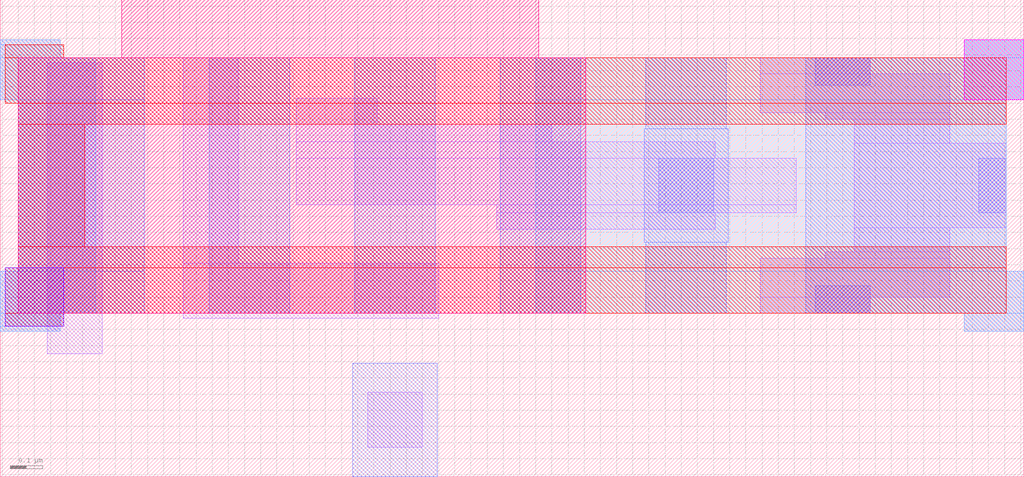
<source format=lef>
# Copyright 2020 The SkyWater PDK Authors
#
# Licensed under the Apache License, Version 2.0 (the "License");
# you may not use this file except in compliance with the License.
# You may obtain a copy of the License at
#
#     https://www.apache.org/licenses/LICENSE-2.0
#
# Unless required by applicable law or agreed to in writing, software
# distributed under the License is distributed on an "AS IS" BASIS,
# WITHOUT WARRANTIES OR CONDITIONS OF ANY KIND, either express or implied.
# See the License for the specific language governing permissions and
# limitations under the License.
#
# SPDX-License-Identifier: Apache-2.0

VERSION 5.7 ;
  NOWIREEXTENSIONATPIN ON ;
  DIVIDERCHAR "/" ;
  BUSBITCHARS "[]" ;
MACRO sky130_fd_bd_sram__sram_dp_blkinv_opt1
  CLASS BLOCK ;
  FOREIGN sky130_fd_bd_sram__sram_dp_blkinv_opt1 ;
  ORIGIN  0.055000  0.505000 ;
  SIZE  3.165000 BY  1.475000 ;
  OBS
    LAYER li1 ;
      RECT 0.090000 -0.125000 0.260000  0.775000 ;
      RECT 0.510000 -0.015000 1.300000  0.155000 ;
      RECT 0.510000  0.155000 0.680000  0.790000 ;
      RECT 0.860000  0.335000 2.405000  0.480000 ;
      RECT 0.860000  0.480000 2.155000  0.530000 ;
      RECT 0.860000  0.530000 1.650000  0.585000 ;
      RECT 0.860000  0.585000 1.110000  0.665000 ;
      RECT 1.080000 -0.415000 1.250000 -0.245000 ;
      RECT 1.480000  0.260000 2.155000  0.310000 ;
      RECT 1.480000  0.310000 2.405000  0.335000 ;
      RECT 2.295000  0.000000 2.635000  0.050000 ;
      RECT 2.295000  0.050000 2.880000  0.170000 ;
      RECT 2.295000  0.620000 2.880000  0.740000 ;
      RECT 2.295000  0.740000 2.635000  0.790000 ;
      RECT 2.495000  0.170000 2.880000  0.190000 ;
      RECT 2.495000  0.600000 2.880000  0.620000 ;
      RECT 2.585000  0.190000 2.880000  0.265000 ;
      RECT 2.585000  0.265000 3.055000  0.525000 ;
      RECT 2.585000  0.525000 2.880000  0.600000 ;
    LAYER mcon ;
      RECT 1.980000 0.310000 2.150000 0.480000 ;
      RECT 2.465000 0.000000 2.635000 0.085000 ;
      RECT 2.465000 0.705000 2.635000 0.790000 ;
      RECT 2.970000 0.310000 3.055000 0.480000 ;
    LAYER met1 ;
      RECT -0.055000 -0.055000 0.130000  0.000000 ;
      RECT -0.055000  0.000000 0.390000  0.130000 ;
      RECT -0.055000  0.660000 0.390000  0.790000 ;
      RECT -0.055000  0.790000 0.130000  0.845000 ;
      RECT  0.000000  0.130000 0.390000  0.660000 ;
      RECT  0.590000  0.000000 0.840000  0.790000 ;
      RECT  1.035000 -0.505000 1.295000 -0.155000 ;
      RECT  1.040000  0.000000 1.290000  0.790000 ;
      RECT  1.490000  0.000000 1.740000  0.790000 ;
      RECT  1.935000  0.220000 2.195000  0.570000 ;
      RECT  1.940000  0.000000 2.190000  0.220000 ;
      RECT  1.940000  0.570000 2.190000  0.790000 ;
      RECT  2.435000  0.000000 3.110000  0.130000 ;
      RECT  2.435000  0.130000 3.055000  0.660000 ;
      RECT  2.435000  0.660000 3.110000  0.790000 ;
      RECT  2.925000 -0.055000 3.110000  0.000000 ;
      RECT  2.925000  0.790000 3.110000  0.845000 ;
    LAYER met2 ;
      RECT -0.055000 -0.055000 0.130000 -0.040000 ;
      RECT -0.055000 -0.040000 0.140000  0.000000 ;
      RECT -0.055000  0.000000 0.240000  0.130000 ;
      RECT -0.055000  0.660000 0.240000  0.790000 ;
      RECT -0.055000  0.790000 0.140000  0.830000 ;
      RECT -0.055000  0.830000 0.130000  0.845000 ;
      RECT -0.040000  0.130000 0.240000  0.140000 ;
      RECT -0.040000  0.650000 0.240000  0.660000 ;
      RECT  0.000000  0.140000 0.240000  0.650000 ;
      RECT  1.600000  0.000000 3.110000  0.130000 ;
      RECT  1.600000  0.130000 3.055000  0.660000 ;
      RECT  1.600000  0.660000 3.110000  0.790000 ;
      RECT  2.925000 -0.055000 3.110000  0.000000 ;
      RECT  2.925000  0.790000 3.110000  0.845000 ;
    LAYER met3 ;
      RECT -0.040000 -0.040000 0.140000 0.000000 ;
      RECT -0.040000  0.000000 3.055000 0.140000 ;
      RECT -0.040000  0.650000 3.055000 0.790000 ;
      RECT -0.040000  0.790000 0.140000 0.830000 ;
      RECT  0.000000  0.140000 3.055000 0.205000 ;
      RECT  0.000000  0.205000 0.205000 0.585000 ;
      RECT  0.000000  0.585000 3.055000 0.650000 ;
    LAYER nwell ;
      RECT 0.000000 0.000000 1.755000 0.790000 ;
      RECT 0.320000 0.790000 1.610000 0.970000 ;
    LAYER via ;
      RECT 2.925000 0.660000 3.110000 0.845000 ;
    LAYER via2 ;
      RECT -0.040000 -0.040000 0.140000 0.140000 ;
  END
END sky130_fd_bd_sram__sram_dp_blkinv_opt1
END LIBRARY

</source>
